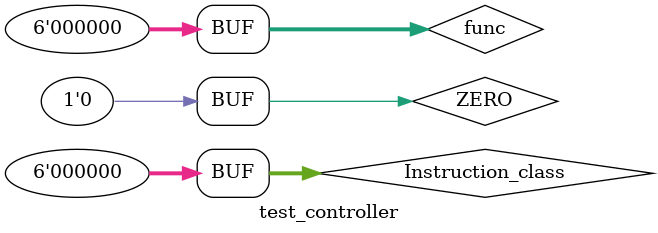
<source format=v>
`timescale 1ns / 1ps


module test_controller;

	// Inputs
	reg [5:0] Instruction_class;
	reg [5:0] func;
	reg ZERO;

	// Outputs
	wire MemRead;
	wire [1:0] MemtoReg;
	wire ALU_SRC;
	wire [1:0] RegDst;
	wire RegWrite;
	wire [3:0] ALUop;
	wire [1:0] NPCop;
	wire EXTop;

	// Instantiate the Unit Under Test (UUT)
	controller uut (
		.Instruction_class(Instruction_class), 
		.func(func), 
		.ZERO(ZERO), 
		.MemRead(MemRead), 
		.MemtoReg(MemtoReg), 
		.ALU_SRC(ALU_SRC), 
		.RegDst(RegDst), 
		.RegWrite(RegWrite), 
		.ALUop(ALUop), 
		.NPCop(NPCop), 
		.EXTop(EXTop)
	);

	initial begin
		// Initialize Inputs
		Instruction_class = 0;
		func = 0;
		ZERO = 0;

		// Wait 100 ns for global reset to finish
		#100;
        
		// Add stimulus here

	end
      
endmodule


</source>
